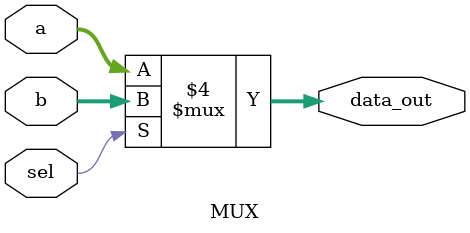
<source format=sv>


module MUX (
  input [63:0] a, 
  input [63:0] b, 
  input sel, 
  output reg [63:0] data_out
);
  
  always @(*)
    begin 
      if (sel==0)
        data_out = a; 
      else
        data_out = b; 
    end
  
endmodule 

</source>
